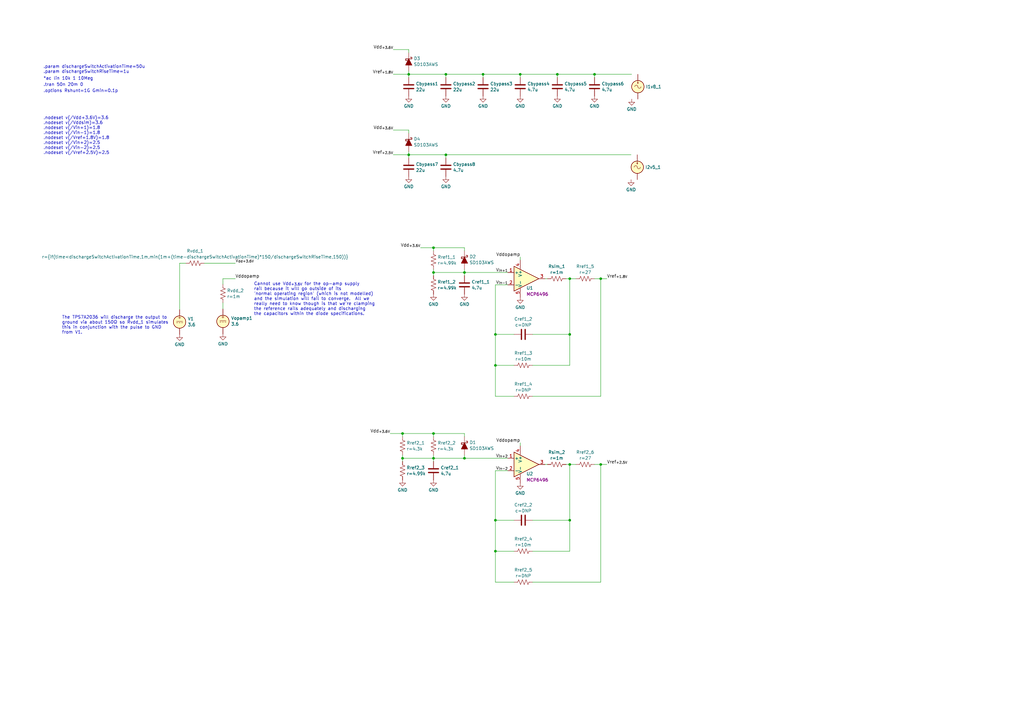
<source format=kicad_sch>
(kicad_sch (version 20230121) (generator eeschema)
  (paper "A3")
  (lib_symbols
    (symbol "Simulation_SPICE:ISIN" (pin_numbers hide) (pin_names (offset 0.0254))
      (property "Reference" "I" (at 2.54 2.54 0))
      (property "Value" "ISIN" (at 2.54 0 0))
      (property "Sim.Params" "dc=0 ampl=1 f=1k ac=1" (at 2.54 -2.54 0))
      (symbol "ISIN_0_0"
        (arc (start 0 0) (mid -0.635 0.6323) (end -1.27 0))
        (arc (start 0 0) (mid 0.635 -0.6323) (end 1.27 0))
      )
      (symbol "ISIN_0_1"
        (polyline (pts (xy 0 1.27) (xy 0 2.286)))
        (polyline (pts (xy -0.254 1.778) (xy 0 1.27) (xy 0.254 1.778)))
        (circle (center 0 0) (radius 2.54) (stroke (width 0.254)) (fill (type background)))
      )
      (symbol "ISIN_1_1"
        (pin passive line (at 0 5.08 270) (length 2.54) (name "~") (number "1"))
        (pin passive line (at 0 -5.08 90) (length 2.54) (name "~") (number "2"))
      )
    )
    (symbol "Simulation_SPICE:OPAMP" (pin_names (offset 0.254))
      (property "Reference" "U" (at 3.81 3.175 0))
      (property "Value" "${SIM.PARAMS}" (at 3.81 -3.175 0))
      (symbol "OPAMP_0_1"
        (polyline (pts (xy 5.08 0) (xy -5.08 5.08) (xy -5.08 -5.08) (xy 5.08 0)) (stroke (width 0.254)) (fill (type background)))
      )
      (symbol "OPAMP_1_1"
        (pin input line (at -7.62 2.54 0) (length 2.54) (name "+") (number "1"))
        (pin input line (at -7.62 -2.54 0) (length 2.54) (name "-") (number "2"))
        (pin output line (at 7.62 0 180) (length 2.54) (name "~") (number "3"))
        (pin power_in line (at -2.54 7.62 270) (length 3.81) (name "V+") (number "4"))
        (pin power_in line (at -2.54 -7.62 90) (length 3.81) (name "V-") (number "5"))
      )
    )
    (symbol "Simulation_SPICE:VDC" (pin_numbers hide) (pin_names (offset 0.0254))
      (property "Reference" "V" (at 2.54 2.54 0))
      (property "Value" "1" (at 2.54 0 0))
      (symbol "VDC_0_0"
        (polyline (pts (xy -1.27 0.254) (xy 1.27 0.254)))
        (polyline (pts (xy -0.762 -0.254) (xy -1.27 -0.254)))
        (polyline (pts (xy 0.254 -0.254) (xy -0.254 -0.254)))
        (polyline (pts (xy 1.27 -0.254) (xy 0.762 -0.254)))
        (text "+" (at 0 1.905 0) (effects (font (size 1.27 1.27))))
      )
      (symbol "VDC_0_1"
        (circle (center 0 0) (radius 2.54) (stroke (width 0.254)) (fill (type background)))
      )
      (symbol "VDC_1_1"
        (pin passive line (at 0 5.08 270) (length 2.54) (name "~") (number "1"))
        (pin passive line (at 0 -5.08 90) (length 2.54) (name "~") (number "2"))
      )
    )
    (symbol "restall-generic-capacitors:capacitor-unpolarised" (pin_numbers hide) (pin_names (offset 0.254))
      (property "Reference" "C" (at 3.302 2.54 0))
      (property "Value" "capacitor-unpolarised" (at 3.302 0.762 0))
      (symbol "capacitor-unpolarised_0_1"
        (polyline (pts (xy -2.032 -0.762) (xy 2.032 -0.762)) (stroke (width 0.508)))
        (polyline (pts (xy -2.032 0.762) (xy 2.032 0.762)) (stroke (width 0.508)))
      )
      (symbol "capacitor-unpolarised_1_1"
        (pin passive line (at 0 3.81 270) (length 2.794) (name "~") (number "1"))
        (pin passive line (at 0 -3.81 90) (length 2.794) (name "~") (number "2"))
      )
    )
    (symbol "restall-generic-diodes:schottky" (pin_numbers hide) (pin_names (offset 1.016) hide)
      (property "Reference" "D" (at 0 2.54 0))
      (property "Value" "schottky" (at 0 -2.54 0))
      (property "Package" "???" (at 0 -4.572 0))
      (symbol "schottky_0_1"
        (polyline (pts (xy 1.27 0) (xy -1.27 0)))
        (polyline (pts (xy 1.27 1.27) (xy 1.27 -1.27) (xy -1.27 0) (xy 1.27 1.27)) (stroke (width 0.254)) (fill (type outline)))
        (polyline (pts (xy -1.905 0.635) (xy -1.905 1.27) (xy -1.27 1.27) (xy -1.27 -1.27) (xy -0.635 -1.27) (xy -0.635 -0.635)) (stroke (width 0.254)))
      )
      (symbol "schottky_1_1"
        (pin passive line (at -3.81 0 0) (length 2.54) (name "K") (number "1"))
        (pin passive line (at 3.81 0 180) (length 2.54) (name "A") (number "2"))
      )
    )
    (symbol "restall-generic-power:GND" (power) (pin_names (offset 0))
      (property "Value" "GND" (at 0 -3.81 0))
      (symbol "GND_0_1"
        (polyline (pts (xy 0 0) (xy 0 -1.27) (xy 1.27 -1.27) (xy 0 -2.54) (xy -1.27 -1.27) (xy 0 -1.27)))
      )
      (symbol "GND_1_1"
        (pin power_in line (at 0 0 270) (length 0) hide (name "GND") (number "1"))
      )
    )
    (symbol "restall-generic-resistors:resistor" (pin_numbers hide) (pin_names (offset 0))
      (property "Reference" "R" (at 1.778 2.032 0))
      (property "Value" "resistor" (at 1.778 0.508 0))
      (symbol "resistor_0_1"
        (polyline (pts (xy 0 -2.286) (xy 0 -2.54)))
        (polyline (pts (xy 0 2.286) (xy 0 2.54)))
        (polyline (pts (xy 0 -0.762) (xy 1.016 -1.143) (xy 0 -1.524) (xy -1.016 -1.905) (xy 0 -2.286)))
        (polyline (pts (xy 0 0.762) (xy 1.016 0.381) (xy 0 0) (xy -1.016 -0.381) (xy 0 -0.762)))
        (polyline (pts (xy 0 2.286) (xy 1.016 1.905) (xy 0 1.524) (xy -1.016 1.143) (xy 0 0.762)))
      )
      (symbol "resistor_1_1"
        (pin passive line (at 0 3.81 270) (length 1.27) (name "~") (number "1"))
        (pin passive line (at 0 -3.81 90) (length 1.27) (name "~") (number "2"))
      )
    )
  )
  (junction (at 246.38 114.3))
  (junction (at 182.88 30.48))
  (junction (at 198.12 30.48))
  (junction (at 233.68 190.5))
  (junction (at 233.68 213.36))
  (junction (at 246.38 190.5))
  (junction (at 167.64 63.5))
  (junction (at 190.5 187.96))
  (junction (at 203.2 137.16))
  (junction (at 203.2 149.86))
  (junction (at 203.2 226.06))
  (junction (at 177.8 111.76))
  (junction (at 233.68 114.3))
  (junction (at 165.1 187.96))
  (junction (at 243.84 30.48))
  (junction (at 233.68 137.16))
  (junction (at 177.8 187.96))
  (junction (at 190.5 111.76))
  (junction (at 165.1 177.8))
  (junction (at 213.36 30.48))
  (junction (at 167.64 30.48))
  (junction (at 203.2 213.36))
  (junction (at 228.6 30.48))
  (junction (at 177.8 177.8))
  (junction (at 182.88 63.5))
  (junction (at 177.8 101.6))
  (wire (pts (xy 243.84 30.48) (xy 243.84 31.75)))
  (wire (pts (xy 161.29 20.32) (xy 167.64 20.32)))
  (wire (pts (xy 208.28 193.04) (xy 203.2 193.04)))
  (wire (pts (xy 73.66 107.95) (xy 73.66 127)))
  (wire (pts (xy 218.44 137.16) (xy 233.68 137.16)))
  (wire (pts (xy 203.2 116.84) (xy 203.2 137.16)))
  (wire (pts (xy 198.12 30.48) (xy 198.12 31.75)))
  (wire (pts (xy 190.5 187.96) (xy 208.28 187.96)))
  (wire (pts (xy 190.5 111.76) (xy 208.28 111.76)))
  (wire (pts (xy 167.64 30.48) (xy 182.88 30.48)))
  (wire (pts (xy 228.6 30.48) (xy 243.84 30.48)))
  (wire (pts (xy 182.88 30.48) (xy 182.88 31.75)))
  (wire (pts (xy 246.38 190.5) (xy 248.92 190.5)))
  (wire (pts (xy 224.536 190.5) (xy 223.52 190.5)))
  (wire (pts (xy 167.64 63.5) (xy 182.88 63.5)))
  (wire (pts (xy 161.29 63.5) (xy 167.64 63.5)))
  (wire (pts (xy 208.28 116.84) (xy 203.2 116.84)))
  (wire (pts (xy 177.8 110.49) (xy 177.8 111.76)))
  (wire (pts (xy 203.2 226.06) (xy 203.2 238.76)))
  (wire (pts (xy 160.02 177.8) (xy 165.1 177.8)))
  (wire (pts (xy 182.88 63.5) (xy 258.826 63.5)))
  (wire (pts (xy 190.5 102.87) (xy 190.5 101.6)))
  (wire (pts (xy 182.88 30.48) (xy 198.12 30.48)))
  (wire (pts (xy 165.1 186.69) (xy 165.1 187.96)))
  (wire (pts (xy 165.1 187.96) (xy 177.8 187.96)))
  (wire (pts (xy 203.2 193.04) (xy 203.2 213.36)))
  (wire (pts (xy 161.29 30.48) (xy 167.64 30.48)))
  (wire (pts (xy 167.64 30.48) (xy 167.64 31.75)))
  (wire (pts (xy 172.466 101.6) (xy 177.8 101.6)))
  (wire (pts (xy 243.84 30.48) (xy 259.08 30.48)))
  (wire (pts (xy 91.44 114.3) (xy 91.44 116.586)))
  (wire (pts (xy 177.8 101.6) (xy 177.8 102.87)))
  (wire (pts (xy 190.5 111.76) (xy 190.5 113.03)))
  (wire (pts (xy 203.2 137.16) (xy 203.2 149.86)))
  (wire (pts (xy 213.36 181.61) (xy 213.36 182.88)))
  (wire (pts (xy 203.2 137.16) (xy 210.82 137.16)))
  (wire (pts (xy 224.536 114.3) (xy 223.52 114.3)))
  (wire (pts (xy 203.2 149.86) (xy 210.82 149.86)))
  (wire (pts (xy 177.8 187.96) (xy 190.5 187.96)))
  (wire (pts (xy 203.2 149.86) (xy 203.2 162.56)))
  (wire (pts (xy 243.84 114.3) (xy 246.38 114.3)))
  (wire (pts (xy 83.82 107.95) (xy 96.52 107.95)))
  (wire (pts (xy 177.8 177.8) (xy 177.8 179.07)))
  (wire (pts (xy 233.68 137.16) (xy 233.68 149.86)))
  (wire (pts (xy 218.44 238.76) (xy 246.38 238.76)))
  (wire (pts (xy 190.5 186.69) (xy 190.5 187.96)))
  (wire (pts (xy 246.38 190.5) (xy 246.38 238.76)))
  (wire (pts (xy 177.8 113.03) (xy 177.8 111.76)))
  (wire (pts (xy 177.8 177.8) (xy 190.5 177.8)))
  (wire (pts (xy 177.8 187.96) (xy 177.8 189.23)))
  (wire (pts (xy 165.1 179.07) (xy 165.1 177.8)))
  (wire (pts (xy 218.44 213.36) (xy 233.68 213.36)))
  (wire (pts (xy 165.1 187.96) (xy 165.1 189.23)))
  (wire (pts (xy 246.38 114.3) (xy 248.92 114.3)))
  (wire (pts (xy 213.36 30.48) (xy 213.36 31.75)))
  (wire (pts (xy 218.44 226.06) (xy 233.68 226.06)))
  (wire (pts (xy 91.44 124.206) (xy 91.44 126.746)))
  (wire (pts (xy 233.68 190.5) (xy 233.68 213.36)))
  (wire (pts (xy 233.68 190.5) (xy 232.156 190.5)))
  (wire (pts (xy 167.64 62.23) (xy 167.64 63.5)))
  (wire (pts (xy 228.6 30.48) (xy 228.6 31.75)))
  (wire (pts (xy 177.8 101.6) (xy 190.5 101.6)))
  (wire (pts (xy 165.1 177.8) (xy 177.8 177.8)))
  (wire (pts (xy 96.52 114.3) (xy 91.44 114.3)))
  (wire (pts (xy 203.2 213.36) (xy 210.82 213.36)))
  (wire (pts (xy 203.2 162.56) (xy 210.82 162.56)))
  (wire (pts (xy 182.88 63.5) (xy 182.88 64.77)))
  (wire (pts (xy 167.64 21.59) (xy 167.64 20.32)))
  (wire (pts (xy 213.36 105.41) (xy 213.36 106.68)))
  (wire (pts (xy 167.64 54.61) (xy 167.64 53.34)))
  (wire (pts (xy 218.44 149.86) (xy 233.68 149.86)))
  (wire (pts (xy 177.8 111.76) (xy 190.5 111.76)))
  (wire (pts (xy 203.2 226.06) (xy 210.82 226.06)))
  (wire (pts (xy 233.68 213.36) (xy 233.68 226.06)))
  (wire (pts (xy 233.68 114.3) (xy 232.156 114.3)))
  (wire (pts (xy 198.12 30.48) (xy 213.36 30.48)))
  (wire (pts (xy 218.44 162.56) (xy 246.38 162.56)))
  (wire (pts (xy 161.29 53.34) (xy 167.64 53.34)))
  (wire (pts (xy 203.2 238.76) (xy 210.82 238.76)))
  (wire (pts (xy 243.84 190.5) (xy 246.38 190.5)))
  (wire (pts (xy 233.68 114.3) (xy 233.68 137.16)))
  (wire (pts (xy 167.64 29.21) (xy 167.64 30.48)))
  (wire (pts (xy 177.8 186.69) (xy 177.8 187.96)))
  (wire (pts (xy 190.5 110.49) (xy 190.5 111.76)))
  (wire (pts (xy 246.38 114.3) (xy 246.38 162.56)))
  (wire (pts (xy 233.68 190.5) (xy 236.22 190.5)))
  (wire (pts (xy 73.66 107.95) (xy 76.2 107.95)))
  (wire (pts (xy 167.64 63.5) (xy 167.64 64.77)))
  (wire (pts (xy 203.2 213.36) (xy 203.2 226.06)))
  (wire (pts (xy 233.68 114.3) (xy 236.22 114.3)))
  (wire (pts (xy 190.5 179.07) (xy 190.5 177.8)))
  (wire (pts (xy 213.36 30.48) (xy 228.6 30.48)))
  (text "The TPS7A2036 will discharge the output to\nground via about 150Ω so Rvdd_1 simulates\nthis in conjunction with the pulse to GND\nfrom V1." (at 25.4 137.16 0) (effects (font (size 1.27 1.27)) (justify left bottom)))
  (text ".param dischargeSwitchActivationTime=50u\n.param dischargeSwitchRiseTime=1u" (at 17.78 30.226 0) (effects (font (size 1.27 1.27)) (justify left bottom)))
  (text ".nodeset v(/Vdd+3.6V)=3.6\n.nodeset v(/Vddsim)=3.6\n.nodeset v(/Vin+1)=1.8\n.nodeset v(/Vin-1)=1.8\n.nodeset v(/Vref+1.8V)=1.8\n.nodeset v(/Vin+2)=2.5\n.nodeset v(/Vin-2)=2.5\n.nodeset v(/Vref+2.5V)=2.5\n" (at 17.78 63.5 0) (effects (font (size 1.27 1.27)) (justify left bottom)))
  (text "Cannot use Vdd_{+3.6V} for the op-amp supply\nrail because it will go outside of its\n'normal operating region' (which is not modelled)\nand the simulation will fail to converge.  All we\nreally need to know though is that we're clamping\nthe reference rails adequately and discharging\nthe capacitors within the diode specifications.\n" (at 104.14 129.54 0) (effects (font (size 1.27 1.27)) (justify left bottom)))
  (text "*ac lin 10k 1 10Meg" (at 17.78 33.02 0) (effects (font (size 1.27 1.27)) (justify left bottom)))
  (text ".options Rshunt=1G Gmin=0.1p" (at 17.78 38.1 0) (effects (font (size 1.27 1.27)) (justify left bottom)))
  (text ".tran 50n 20m 0" (at 17.78 35.56 0) (effects (font (size 1.27 1.27)) (justify left bottom)))
  (label "Vref_{+2.5V}" (at 248.92 190.5 0))
  (label "Vdd_{+3.6V}" (at 161.29 20.32 180))
  (label "Vdd_{+3.6V}" (at 160.02 177.8 180))
  (label "Vdd_{+3.6V}" (at 172.466 101.6 180))
  (label "V_{in-2}" (at 208.28 193.04 180))
  (label "V_{in+1}" (at 208.28 111.76 180))
  (label "Vdd_{+3.6V}" (at 161.29 53.34 180))
  (label "V_{dd+3.6V}" (at 96.52 107.95 0))
  (label "V_{in+2}" (at 208.28 187.96 180))
  (label "V_{in-1}" (at 208.28 116.84 180))
  (label "Vref_{+1.8V}" (at 161.29 30.48 180))
  (label "Vddopamp" (at 213.36 105.41 180))
  (label "Vref_{+2.5V}" (at 161.29 63.5 180))
  (label "Vddopamp" (at 213.36 181.61 180))
  (label "Vddopamp" (at 96.52 114.3 0))
  (label "Vref_{+1.8V}" (at 248.92 114.3 0))
  (symbol (lib_id "Simulation_SPICE:VDC") (at 91.44 131.826 0) (unit 1)
    (property "Reference" "Vopamp1" (at 94.742 130.4841 0) (effects (justify left)))
    (property "Value" "3.6" (at 94.742 132.9083 0) (effects (justify left)))
    (property "Sim.Pins" "1=+ 2=-" (effects hide))
    (property "Sim.Type" "DC" (effects hide))
    (property "Sim.Device" "V" (effects hide))
    (property "Sim.Params" "dc=3.6" (effects hide))
  )
  (symbol (lib_id "restall-generic-capacitors:capacitor-unpolarised") (at 243.84 35.56 0) (unit 1)
    (property "Reference" "Cbypass6" (at 246.761 34.3479 0) (effects (justify left)))
    (property "Value" "4.7u" (at 246.761 36.7721 0) (effects (justify left)))
    (property "Footprint" "restall-generic-capacitors:unpolarised-nominal-0402-1005" (effects hide))
    (property "Label" "??μF±10% 10V X7R" (effects hide))
    (property "Tolerance" "±10%" (effects hide))
    (property "VoltageRating" "10V" (effects hide))
    (property "TemperatureCoefficient" "X7R" (effects hide))
    (property "Dielectric" "MLCC" (effects hide))
    (property "Package" "0402" (effects hide))
    (property "Sim.Device" "SUBCKT" (effects hide))
    (property "Sim.Pins" "1=1 2=2" (effects hide))
    (property "Sim.Library" "CL05A475MP5NRN_Precise_DC1.8V_25degC_P.lib" (effects hide))
    (property "Sim.Name" "CL05A475MP5NRN_Precise_DC1.8V_25degC" (effects hide))
  )
  (symbol (lib_id "restall-generic-power:GND") (at 167.64 39.37 0) (unit 1)
    (property "Reference" "#PWR035" (effects hide))
    (property "Value" "GND" (at 167.64 43.5031 0))
  )
  (symbol (lib_id "restall-generic-resistors:resistor") (at 177.8 182.88 180) (unit 1)
    (property "Reference" "Rref2_2" (at 179.451 181.6679 0) (effects (justify right)))
    (property "Value" "${SIM.PARAMS}" (at 179.451 184.0921 0) (effects (justify right)))
    (property "Footprint" "restall-generic-resistors:nominal-0402-1005" (effects hide))
    (property "Label" "???kΩ±1% ???W" (effects hide))
    (property "Tolerance" "±1%" (effects hide))
    (property "PowerRating" "0.0625W" (effects hide))
    (property "TemperatureCoefficient" "±100ppm" (effects hide))
    (property "Construction" "Thick Film" (effects hide))
    (property "Package" "0402" (effects hide))
    (property "Sim.Device" "R" (effects hide))
    (property "Sim.Type" "=" (effects hide))
    (property "Sim.Params" "r=4.3k" (effects hide))
    (property "Sim.Pins" "1=+ 2=-" (effects hide))
  )
  (symbol (lib_id "Simulation_SPICE:OPAMP") (at 215.9 114.3 0) (unit 1)
    (property "Reference" "U1" (at 215.9 118.11 0) (effects (justify left)))
    (property "Value" "MCP6496" (effects hide))
    (property "Sim.Pins" "1=1 2=2 3=5 4=3 5=4" (effects hide))
    (property "Sim.Device" "SUBCKT" (effects hide))
    (property "Sim.Library" "MCP6496_A.lib" (effects hide))
    (property "Sim.Name" "MCP6496" (at 215.9 120.65 0) (effects (justify left)))
  )
  (symbol (lib_id "restall-generic-resistors:resistor") (at 214.63 162.56 90) (unit 1)
    (property "Reference" "Rref1_4" (at 214.63 157.5267 90))
    (property "Value" "${SIM.PARAMS}" (at 214.63 159.9509 90))
    (property "Footprint" "restall-generic-resistors:nominal-0402-1005" (effects hide))
    (property "Label" "???kΩ±1% ???W" (effects hide))
    (property "Tolerance" "±1%" (effects hide))
    (property "PowerRating" "0.0625W" (effects hide))
    (property "TemperatureCoefficient" "±100ppm" (effects hide))
    (property "Construction" "Thick Film" (effects hide))
    (property "Package" "0402" (effects hide))
    (property "Sim.Device" "R" (effects hide))
    (property "Sim.Type" "=" (effects hide))
    (property "Sim.Params" "r=DNP" (effects hide))
    (property "Sim.Pins" "1=+ 2=-" (effects hide))
    (property "Sim.Enable" "0" (effects hide))
  )
  (symbol (lib_id "restall-generic-resistors:resistor") (at 240.03 190.5 90) (unit 1)
    (property "Reference" "Rref2_6" (at 240.03 185.4667 90))
    (property "Value" "${SIM.PARAMS}" (at 240.03 187.8909 90))
    (property "Footprint" "restall-generic-resistors:nominal-0402-1005" (effects hide))
    (property "Label" "???kΩ±1% ???W" (effects hide))
    (property "Tolerance" "±1%" (effects hide))
    (property "PowerRating" "0.0625W" (effects hide))
    (property "TemperatureCoefficient" "±100ppm" (effects hide))
    (property "Construction" "Thick Film" (effects hide))
    (property "Package" "0402" (effects hide))
    (property "Sim.Device" "R" (effects hide))
    (property "Sim.Type" "=" (effects hide))
    (property "Sim.Params" "r=27" (effects hide))
    (property "Sim.Pins" "1=+ 2=-" (effects hide))
  )
  (symbol (lib_id "restall-generic-power:GND") (at 190.5 120.65 0) (unit 1)
    (property "Reference" "#PWR030" (effects hide))
    (property "Value" "GND" (at 190.5 124.7831 0))
  )
  (symbol (lib_id "restall-generic-resistors:resistor") (at 214.63 149.86 90) (unit 1)
    (property "Reference" "Rref1_3" (at 214.63 144.8267 90))
    (property "Value" "${SIM.PARAMS}" (at 214.63 147.2509 90))
    (property "Footprint" "restall-generic-resistors:nominal-0402-1005" (effects hide))
    (property "Label" "???kΩ±1% ???W" (effects hide))
    (property "Tolerance" "±1%" (effects hide))
    (property "PowerRating" "0.0625W" (effects hide))
    (property "TemperatureCoefficient" "±100ppm" (effects hide))
    (property "Construction" "Thick Film" (effects hide))
    (property "Package" "0402" (effects hide))
    (property "Sim.Device" "R" (effects hide))
    (property "Sim.Type" "=" (effects hide))
    (property "Sim.Params" "r=10m" (effects hide))
    (property "Sim.Pins" "1=+ 2=-" (effects hide))
  )
  (symbol (lib_id "restall-generic-resistors:resistor") (at 240.03 114.3 90) (unit 1)
    (property "Reference" "Rref1_5" (at 240.03 109.2667 90))
    (property "Value" "${SIM.PARAMS}" (at 240.03 111.6909 90))
    (property "Footprint" "restall-generic-resistors:nominal-0402-1005" (effects hide))
    (property "Label" "???kΩ±1% ???W" (effects hide))
    (property "Tolerance" "±1%" (effects hide))
    (property "PowerRating" "0.0625W" (effects hide))
    (property "TemperatureCoefficient" "±100ppm" (effects hide))
    (property "Construction" "Thick Film" (effects hide))
    (property "Package" "0402" (effects hide))
    (property "Sim.Device" "R" (effects hide))
    (property "Sim.Type" "=" (effects hide))
    (property "Sim.Params" "r=27" (effects hide))
    (property "Sim.Pins" "1=+ 2=-" (effects hide))
  )
  (symbol (lib_id "restall-generic-capacitors:capacitor-unpolarised") (at 167.64 68.58 0) (unit 1)
    (property "Reference" "Cbypass7" (at 170.561 67.3679 0) (effects (justify left)))
    (property "Value" "22u" (at 170.561 69.7921 0) (effects (justify left)))
    (property "Footprint" "restall-generic-capacitors:unpolarised-nominal-0805-2012" (effects hide))
    (property "Label" "??μF±10% 10V X7R" (effects hide))
    (property "Tolerance" "±10%" (effects hide))
    (property "VoltageRating" "10V" (effects hide))
    (property "TemperatureCoefficient" "X7R" (effects hide))
    (property "Dielectric" "MLCC" (effects hide))
    (property "Package" "0402" (effects hide))
    (property "Sim.Device" "SUBCKT" (effects hide))
    (property "Sim.Pins" "1=1 2=2" (effects hide))
    (property "Sim.Library" "CL21A226MPQNNN_Precise_DC2.5V_25degC_P.lib" (effects hide))
    (property "Sim.Name" "CL21A226MPQNNN_Precise_DC2.5V_25degC" (effects hide))
  )
  (symbol (lib_id "restall-generic-capacitors:capacitor-unpolarised") (at 214.63 137.16 90) (unit 1)
    (property "Reference" "Cref1_2" (at 214.63 130.8567 90))
    (property "Value" "${SIM.PARAMS}" (at 214.63 133.2809 90))
    (property "Footprint" "restall-generic-capacitors:unpolarised-nominal-0402-1005" (effects hide))
    (property "Label" "??μF±10% 10V X7R" (effects hide))
    (property "Tolerance" "±10%" (effects hide))
    (property "VoltageRating" "10V" (effects hide))
    (property "TemperatureCoefficient" "X7R" (effects hide))
    (property "Dielectric" "MLCC" (effects hide))
    (property "Package" "0402" (effects hide))
    (property "Sim.Device" "C" (effects hide))
    (property "Sim.Type" "=" (effects hide))
    (property "Sim.Params" "c=DNP" (effects hide))
    (property "Sim.Pins" "1=+ 2=-" (effects hide))
    (property "Sim.Enable" "0" (effects hide))
  )
  (symbol (lib_id "restall-generic-capacitors:capacitor-unpolarised") (at 198.12 35.56 0) (unit 1)
    (property "Reference" "Cbypass3" (at 201.041 34.3479 0) (effects (justify left)))
    (property "Value" "22u" (at 201.041 36.7721 0) (effects (justify left)))
    (property "Footprint" "restall-generic-capacitors:unpolarised-nominal-0805-2012" (effects hide))
    (property "Label" "??μF±10% 10V X7R" (effects hide))
    (property "Tolerance" "±10%" (effects hide))
    (property "VoltageRating" "10V" (effects hide))
    (property "TemperatureCoefficient" "X7R" (effects hide))
    (property "Dielectric" "MLCC" (effects hide))
    (property "Package" "0402" (effects hide))
    (property "Sim.Device" "SUBCKT" (effects hide))
    (property "Sim.Pins" "1=1 2=2" (effects hide))
    (property "Sim.Library" "CL21A226MPQNNN_Precise_DC1.8V_25degC_P.lib" (effects hide))
    (property "Sim.Name" "CL21A226MPQNNN_Precise_DC1.8V_25degC" (effects hide))
  )
  (symbol (lib_id "restall-generic-capacitors:capacitor-unpolarised") (at 228.6 35.56 0) (unit 1)
    (property "Reference" "Cbypass5" (at 231.521 34.3479 0) (effects (justify left)))
    (property "Value" "4.7u" (at 231.521 36.7721 0) (effects (justify left)))
    (property "Footprint" "restall-generic-capacitors:unpolarised-nominal-0402-1005" (effects hide))
    (property "Label" "??μF±10% 10V X7R" (effects hide))
    (property "Tolerance" "±10%" (effects hide))
    (property "VoltageRating" "10V" (effects hide))
    (property "TemperatureCoefficient" "X7R" (effects hide))
    (property "Dielectric" "MLCC" (effects hide))
    (property "Package" "0402" (effects hide))
    (property "Sim.Device" "SUBCKT" (effects hide))
    (property "Sim.Pins" "1=1 2=2" (effects hide))
    (property "Sim.Library" "CL05A475MP5NRN_Precise_DC1.8V_25degC_P.lib" (effects hide))
    (property "Sim.Name" "CL05A475MP5NRN_Precise_DC1.8V_25degC" (effects hide))
  )
  (symbol (lib_id "restall-generic-diodes:schottky") (at 167.64 58.42 270) (unit 1)
    (property "Reference" "D4" (at 169.672 57.0118 90) (effects (justify left)))
    (property "Value" "SD103AWS" (at 169.672 59.436 90) (effects (justify left)))
    (property "Package" "???" (effects hide))
    (property "Sim.Library" "SD103AWS.lib" (effects hide))
    (property "Sim.Name" "DI_SD103AWS" (effects hide))
    (property "Sim.Device" "D" (effects hide))
    (property "Sim.Pins" "1=K 2=A" (effects hide))
  )
  (symbol (lib_id "restall-generic-resistors:resistor") (at 177.8 116.84 180) (unit 1)
    (property "Reference" "Rref1_2" (at 179.451 115.6279 0) (effects (justify right)))
    (property "Value" "${SIM.PARAMS}" (at 179.451 118.0521 0) (effects (justify right)))
    (property "Footprint" "restall-generic-resistors:nominal-0402-1005" (effects hide))
    (property "Label" "???kΩ±1% ???W" (effects hide))
    (property "Tolerance" "±1%" (effects hide))
    (property "PowerRating" "0.0625W" (effects hide))
    (property "TemperatureCoefficient" "±100ppm" (effects hide))
    (property "Construction" "Thick Film" (effects hide))
    (property "Package" "0402" (effects hide))
    (property "Sim.Device" "R" (effects hide))
    (property "Sim.Type" "=" (effects hide))
    (property "Sim.Params" "r=4.99k" (effects hide))
    (property "Sim.Pins" "1=+ 2=-" (effects hide))
  )
  (symbol (lib_id "restall-generic-diodes:schottky") (at 167.64 25.4 270) (unit 1)
    (property "Reference" "D3" (at 169.672 23.9918 90) (effects (justify left)))
    (property "Value" "SD103AWS" (at 169.672 26.416 90) (effects (justify left)))
    (property "Package" "???" (effects hide))
    (property "Sim.Library" "SD103AWS.lib" (effects hide))
    (property "Sim.Name" "DI_SD103AWS" (effects hide))
    (property "Sim.Device" "D" (effects hide))
    (property "Sim.Pins" "1=K 2=A" (effects hide))
  )
  (symbol (lib_id "restall-generic-capacitors:capacitor-unpolarised") (at 177.8 193.04 0) (unit 1)
    (property "Reference" "Cref2_1" (at 180.721 191.8279 0) (effects (justify left)))
    (property "Value" "4.7u" (at 180.721 194.2521 0) (effects (justify left)))
    (property "Footprint" "restall-generic-capacitors:unpolarised-nominal-0402-1005" (effects hide))
    (property "Label" "??μF±10% 10V X7R" (effects hide))
    (property "Tolerance" "±10%" (effects hide))
    (property "VoltageRating" "10V" (effects hide))
    (property "TemperatureCoefficient" "X7R" (effects hide))
    (property "Dielectric" "MLCC" (effects hide))
    (property "Package" "0402" (effects hide))
    (property "Sim.Device" "SUBCKT" (effects hide))
    (property "Sim.Pins" "1=1 2=2" (effects hide))
    (property "Sim.Library" "CL05A475MP5NRN_Precise_DC2.5V_25degC_P.lib" (effects hide))
    (property "Sim.Name" "CL05A475MP5NRN_Precise_DC2.5V_25degC" (effects hide))
  )
  (symbol (lib_id "restall-generic-power:GND") (at 213.36 198.12 0) (unit 1)
    (property "Reference" "#PWR05" (effects hide))
    (property "Value" "GND" (at 213.36 202.2531 0))
  )
  (symbol (lib_id "restall-generic-power:GND") (at 243.84 39.37 0) (unit 1)
    (property "Reference" "#PWR036" (effects hide))
    (property "Value" "GND" (at 243.84 43.5031 0))
  )
  (symbol (lib_id "restall-generic-capacitors:capacitor-unpolarised") (at 214.63 213.36 90) (unit 1)
    (property "Reference" "Cref2_2" (at 214.63 207.0567 90))
    (property "Value" "${SIM.PARAMS}" (at 214.63 209.4809 90))
    (property "Footprint" "restall-generic-capacitors:unpolarised-nominal-0402-1005" (effects hide))
    (property "Label" "??μF±10% 10V X7R" (effects hide))
    (property "Tolerance" "±10%" (effects hide))
    (property "VoltageRating" "10V" (effects hide))
    (property "TemperatureCoefficient" "X7R" (effects hide))
    (property "Dielectric" "MLCC" (effects hide))
    (property "Package" "0402" (effects hide))
    (property "Sim.Device" "C" (effects hide))
    (property "Sim.Type" "=" (effects hide))
    (property "Sim.Params" "c=DNP" (effects hide))
    (property "Sim.Pins" "1=+ 2=-" (effects hide))
    (property "Sim.Enable" "0" (effects hide))
  )
  (symbol (lib_id "Simulation_SPICE:OPAMP") (at 215.9 190.5 0) (unit 1)
    (property "Reference" "U2" (at 215.9 194.31 0) (effects (justify left)))
    (property "Value" "MCP6496" (effects hide))
    (property "Sim.Pins" "1=1 2=2 3=5 4=3 5=4" (effects hide))
    (property "Sim.Device" "SUBCKT" (effects hide))
    (property "Sim.Library" "MCP6496_A.lib" (effects hide))
    (property "Sim.Name" "MCP6496" (at 215.9 196.85 0) (effects (justify left)))
  )
  (symbol (lib_id "Simulation_SPICE:ISIN") (at 261.366 68.58 0) (unit 1)
    (property "Reference" "I2v5_1" (at 264.668 68.58 0) (effects (justify left)))
    (property "Value" "ISIN" (effects hide))
    (property "Sim.Pins" "1=+ 2=-" (effects hide))
    (property "Sim.Params" "dc=0 ampl=0 f=0 td=0 theta=0 phase=0 ac=1" (effects hide))
    (property "Sim.Device" "I" (effects hide))
    (property "Sim.Type" "SIN" (effects hide))
    (property "Sim.Enable" "0" (effects hide))
  )
  (symbol (lib_id "restall-generic-capacitors:capacitor-unpolarised") (at 190.5 116.84 0) (unit 1)
    (property "Reference" "Cref1_1" (at 193.421 115.6279 0) (effects (justify left)))
    (property "Value" "4.7u" (at 193.421 118.0521 0) (effects (justify left)))
    (property "Footprint" "restall-generic-capacitors:unpolarised-nominal-0402-1005" (effects hide))
    (property "Label" "??μF±10% 10V X7R" (effects hide))
    (property "Tolerance" "±10%" (effects hide))
    (property "VoltageRating" "10V" (effects hide))
    (property "TemperatureCoefficient" "X7R" (effects hide))
    (property "Dielectric" "MLCC" (effects hide))
    (property "Package" "0402" (effects hide))
    (property "Sim.Device" "SUBCKT" (effects hide))
    (property "Sim.Pins" "1=1 2=2" (effects hide))
    (property "Sim.Library" "CL05A475MP5NRN_Precise_DC1.8V_25degC_P.lib" (effects hide))
    (property "Sim.Name" "CL05A475MP5NRN_Precise_DC1.8V_25degC" (effects hide))
  )
  (symbol (lib_id "restall-generic-power:GND") (at 177.8 120.65 0) (unit 1)
    (property "Reference" "#PWR029" (effects hide))
    (property "Value" "GND" (at 177.8 124.7831 0))
  )
  (symbol (lib_id "restall-generic-power:GND") (at 182.88 72.39 0) (unit 1)
    (property "Reference" "#PWR07" (effects hide))
    (property "Value" "GND" (at 182.88 76.5231 0))
  )
  (symbol (lib_id "restall-generic-diodes:schottky") (at 190.5 106.68 270) (unit 1)
    (property "Reference" "D2" (at 192.532 105.2718 90) (effects (justify left)))
    (property "Value" "SD103AWS" (at 192.532 107.696 90) (effects (justify left)))
    (property "Package" "???" (effects hide))
    (property "Sim.Library" "SD103AWS.lib" (effects hide))
    (property "Sim.Name" "DI_SD103AWS" (effects hide))
    (property "Sim.Device" "D" (effects hide))
    (property "Sim.Pins" "1=K 2=A" (effects hide))
  )
  (symbol (lib_id "Simulation_SPICE:VDC") (at 73.66 132.08 0) (unit 1)
    (property "Reference" "V1" (at 76.962 130.7381 0) (effects (justify left)))
    (property "Value" "3.6" (at 76.962 133.1623 0) (effects (justify left)))
    (property "Sim.Pins" "1=+ 2=-" (effects hide))
    (property "Sim.Type" "PULSE" (effects hide))
    (property "Sim.Device" "V" (effects hide))
    (property "Sim.Params" "y1=3.6 y2=0 td={dischargeSwitchActivationTime+dischargeSwitchRiseTime} tr={dischargeSwitchRiseTime} tf={dischargeSwitchRiseTime} tw=1 per=1 np=1" (effects hide))
  )
  (symbol (lib_id "Simulation_SPICE:ISIN") (at 261.62 35.56 0) (unit 1)
    (property "Reference" "I1v8_1" (at 264.922 35.56 0) (effects (justify left)))
    (property "Value" "ISIN" (effects hide))
    (property "Sim.Pins" "1=+ 2=-" (effects hide))
    (property "Sim.Params" "dc=0 ampl=0 f=0 td=0 theta=0 phase=0 ac=1" (effects hide))
    (property "Sim.Device" "I" (effects hide))
    (property "Sim.Type" "SIN" (effects hide))
    (property "Sim.Enable" "0" (effects hide))
  )
  (symbol (lib_id "restall-generic-capacitors:capacitor-unpolarised") (at 213.36 35.56 0) (unit 1)
    (property "Reference" "Cbypass4" (at 216.281 34.3479 0) (effects (justify left)))
    (property "Value" "4.7u" (at 216.281 36.7721 0) (effects (justify left)))
    (property "Footprint" "restall-generic-capacitors:unpolarised-nominal-0402-1005" (effects hide))
    (property "Label" "??μF±10% 10V X7R" (effects hide))
    (property "Tolerance" "±10%" (effects hide))
    (property "VoltageRating" "10V" (effects hide))
    (property "TemperatureCoefficient" "X7R" (effects hide))
    (property "Dielectric" "MLCC" (effects hide))
    (property "Package" "0402" (effects hide))
    (property "Sim.Device" "SUBCKT" (effects hide))
    (property "Sim.Pins" "1=1 2=2" (effects hide))
    (property "Sim.Library" "CL05A475MP5NRN_Precise_DC1.8V_25degC_P.lib" (effects hide))
    (property "Sim.Name" "CL05A475MP5NRN_Precise_DC1.8V_25degC" (effects hide))
  )
  (symbol (lib_id "restall-generic-power:GND") (at 258.826 73.66 0) (unit 1)
    (property "Reference" "#PWR09" (effects hide))
    (property "Value" "GND" (at 258.826 77.7931 0))
  )
  (symbol (lib_id "restall-generic-capacitors:capacitor-unpolarised") (at 167.64 35.56 0) (unit 1)
    (property "Reference" "Cbypass1" (at 170.561 34.3479 0) (effects (justify left)))
    (property "Value" "22u" (at 170.561 36.7721 0) (effects (justify left)))
    (property "Footprint" "restall-generic-capacitors:unpolarised-nominal-0805-2012" (effects hide))
    (property "Label" "??μF±10% 10V X7R" (effects hide))
    (property "Tolerance" "±10%" (effects hide))
    (property "VoltageRating" "10V" (effects hide))
    (property "TemperatureCoefficient" "X7R" (effects hide))
    (property "Dielectric" "MLCC" (effects hide))
    (property "Package" "0402" (effects hide))
    (property "Sim.Device" "SUBCKT" (effects hide))
    (property "Sim.Pins" "1=1 2=2" (effects hide))
    (property "Sim.Library" "CL21A226MPQNNN_Precise_DC1.8V_25degC_P.lib" (effects hide))
    (property "Sim.Name" "CL21A226MPQNNN_Precise_DC1.8V_25degC" (effects hide))
  )
  (symbol (lib_id "restall-generic-resistors:resistor") (at 177.8 106.68 180) (unit 1)
    (property "Reference" "Rref1_1" (at 179.451 105.4679 0) (effects (justify right)))
    (property "Value" "${SIM.PARAMS}" (at 179.451 107.8921 0) (effects (justify right)))
    (property "Footprint" "restall-generic-resistors:nominal-0402-1005" (effects hide))
    (property "Label" "???kΩ±1% ???W" (effects hide))
    (property "Tolerance" "±1%" (effects hide))
    (property "PowerRating" "0.0625W" (effects hide))
    (property "TemperatureCoefficient" "±100ppm" (effects hide))
    (property "Construction" "Thick Film" (effects hide))
    (property "Package" "0402" (effects hide))
    (property "Sim.Device" "R" (effects hide))
    (property "Sim.Type" "=" (effects hide))
    (property "Sim.Params" "r=4.99k" (effects hide))
    (property "Sim.Pins" "1=+ 2=-" (effects hide))
  )
  (symbol (lib_id "restall-generic-power:GND") (at 73.66 137.16 0) (unit 1)
    (property "Reference" "#PWR04" (effects hide))
    (property "Value" "GND" (at 73.66 141.2931 0))
  )
  (symbol (lib_id "restall-generic-power:GND") (at 213.36 39.37 0) (unit 1)
    (property "Reference" "#PWR015" (effects hide))
    (property "Value" "GND" (at 213.36 43.5031 0))
  )
  (symbol (lib_id "restall-generic-diodes:schottky") (at 190.5 182.88 270) (unit 1)
    (property "Reference" "D1" (at 192.532 181.4718 90) (effects (justify left)))
    (property "Value" "SD103AWS" (at 192.532 183.896 90) (effects (justify left)))
    (property "Package" "???" (effects hide))
    (property "Sim.Library" "SD103AWS.lib" (effects hide))
    (property "Sim.Name" "DI_SD103AWS" (effects hide))
    (property "Sim.Device" "D" (effects hide))
    (property "Sim.Pins" "1=K 2=A" (effects hide))
  )
  (symbol (lib_id "restall-generic-resistors:resistor") (at 80.01 107.95 90) (unit 1)
    (property "Reference" "Rvdd_1" (at 80.01 102.9167 90))
    (property "Value" "${SIM.PARAMS}" (at 80.01 105.3409 90))
    (property "Footprint" "restall-generic-resistors:nominal-0402-1005" (effects hide))
    (property "Label" "???kΩ±1% ???W" (effects hide))
    (property "Tolerance" "±1%" (effects hide))
    (property "PowerRating" "0.0625W" (effects hide))
    (property "TemperatureCoefficient" "±100ppm" (effects hide))
    (property "Construction" "Thick Film" (effects hide))
    (property "Package" "0402" (effects hide))
    (property "Sim.Device" "R" (effects hide))
    (property "Sim.Type" "=" (effects hide))
    (property "Sim.Params" "r={if(time<dischargeSwitchActivationTime,1m,min(1m+(time-dischargeSwitchActivationTime)*150/dischargeSwitchRiseTime,150))}" (effects hide))
    (property "Sim.Pins" "1=+ 2=-" (effects hide))
  )
  (symbol (lib_id "restall-generic-power:GND") (at 177.8 196.85 0) (unit 1)
    (property "Reference" "#PWR03" (effects hide))
    (property "Value" "GND" (at 177.8 200.9831 0))
  )
  (symbol (lib_id "restall-generic-power:GND") (at 213.36 121.92 0) (unit 1)
    (property "Reference" "#PWR028" (effects hide))
    (property "Value" "GND" (at 213.36 126.0531 0))
  )
  (symbol (lib_id "restall-generic-resistors:resistor") (at 228.346 190.5 90) (unit 1)
    (property "Reference" "Rsim_2" (at 228.346 185.4667 90))
    (property "Value" "${SIM.PARAMS}" (at 228.346 187.8909 90))
    (property "Footprint" "restall-generic-resistors:nominal-0402-1005" (effects hide))
    (property "Label" "???kΩ±1% ???W" (effects hide))
    (property "Tolerance" "±1%" (effects hide))
    (property "PowerRating" "0.0625W" (effects hide))
    (property "TemperatureCoefficient" "±100ppm" (effects hide))
    (property "Construction" "Thick Film" (effects hide))
    (property "Package" "0402" (effects hide))
    (property "Sim.Device" "R" (effects hide))
    (property "Sim.Type" "=" (effects hide))
    (property "Sim.Params" "r=1m" (effects hide))
    (property "Sim.Pins" "1=+ 2=-" (effects hide))
  )
  (symbol (lib_id "restall-generic-power:GND") (at 182.88 39.37 0) (unit 1)
    (property "Reference" "#PWR038" (effects hide))
    (property "Value" "GND" (at 182.88 43.5031 0))
  )
  (symbol (lib_id "restall-generic-resistors:resistor") (at 214.63 238.76 90) (unit 1)
    (property "Reference" "Rref2_5" (at 214.63 233.7267 90))
    (property "Value" "${SIM.PARAMS}" (at 214.63 236.1509 90))
    (property "Footprint" "restall-generic-resistors:nominal-0402-1005" (effects hide))
    (property "Label" "???kΩ±1% ???W" (effects hide))
    (property "Tolerance" "±1%" (effects hide))
    (property "PowerRating" "0.0625W" (effects hide))
    (property "TemperatureCoefficient" "±100ppm" (effects hide))
    (property "Construction" "Thick Film" (effects hide))
    (property "Package" "0402" (effects hide))
    (property "Sim.Device" "R" (effects hide))
    (property "Sim.Type" "=" (effects hide))
    (property "Sim.Params" "r=DNP" (effects hide))
    (property "Sim.Pins" "1=+ 2=-" (effects hide))
    (property "Sim.Enable" "0" (effects hide))
  )
  (symbol (lib_id "restall-generic-power:GND") (at 91.44 136.906 0) (unit 1)
    (property "Reference" "#PWR01" (effects hide))
    (property "Value" "GND" (at 91.44 141.0391 0))
  )
  (symbol (lib_id "restall-generic-resistors:resistor") (at 91.44 120.396 180) (unit 1)
    (property "Reference" "Rvdd_2" (at 93.091 119.1839 0) (effects (justify right)))
    (property "Value" "${SIM.PARAMS}" (at 93.091 121.6081 0) (effects (justify right)))
    (property "Footprint" "restall-generic-resistors:nominal-0402-1005" (effects hide))
    (property "Label" "???kΩ±1% ???W" (effects hide))
    (property "Tolerance" "±1%" (effects hide))
    (property "PowerRating" "0.0625W" (effects hide))
    (property "TemperatureCoefficient" "±100ppm" (effects hide))
    (property "Construction" "Thick Film" (effects hide))
    (property "Package" "0402" (effects hide))
    (property "Sim.Device" "R" (effects hide))
    (property "Sim.Type" "=" (effects hide))
    (property "Sim.Params" "r=1m" (effects hide))
    (property "Sim.Pins" "1=+ 2=-" (effects hide))
  )
  (symbol (lib_id "restall-generic-resistors:resistor") (at 228.346 114.3 90) (unit 1)
    (property "Reference" "Rsim_1" (at 228.346 109.2667 90))
    (property "Value" "${SIM.PARAMS}" (at 228.346 111.6909 90))
    (property "Footprint" "restall-generic-resistors:nominal-0402-1005" (effects hide))
    (property "Label" "???kΩ±1% ???W" (effects hide))
    (property "Tolerance" "±1%" (effects hide))
    (property "PowerRating" "0.0625W" (effects hide))
    (property "TemperatureCoefficient" "±100ppm" (effects hide))
    (property "Construction" "Thick Film" (effects hide))
    (property "Package" "0402" (effects hide))
    (property "Sim.Device" "R" (effects hide))
    (property "Sim.Type" "=" (effects hide))
    (property "Sim.Params" "r=1m" (effects hide))
    (property "Sim.Pins" "1=+ 2=-" (effects hide))
  )
  (symbol (lib_id "restall-generic-power:GND") (at 228.6 39.37 0) (unit 1)
    (property "Reference" "#PWR034" (effects hide))
    (property "Value" "GND" (at 228.6 43.5031 0))
  )
  (symbol (lib_id "restall-generic-resistors:resistor") (at 165.1 182.88 180) (unit 1)
    (property "Reference" "Rref2_1" (at 166.751 181.6679 0) (effects (justify right)))
    (property "Value" "${SIM.PARAMS}" (at 166.751 184.0921 0) (effects (justify right)))
    (property "Footprint" "restall-generic-resistors:nominal-0402-1005" (effects hide))
    (property "Label" "???kΩ±1% ???W" (effects hide))
    (property "Tolerance" "±1%" (effects hide))
    (property "PowerRating" "0.0625W" (effects hide))
    (property "TemperatureCoefficient" "±100ppm" (effects hide))
    (property "Construction" "Thick Film" (effects hide))
    (property "Package" "0402" (effects hide))
    (property "Sim.Device" "R" (effects hide))
    (property "Sim.Type" "=" (effects hide))
    (property "Sim.Params" "r=4.3k" (effects hide))
    (property "Sim.Pins" "1=+ 2=-" (effects hide))
  )
  (symbol (lib_id "restall-generic-resistors:resistor") (at 165.1 193.04 180) (unit 1)
    (property "Reference" "Rref2_3" (at 166.751 191.8279 0) (effects (justify right)))
    (property "Value" "${SIM.PARAMS}" (at 166.751 194.2521 0) (effects (justify right)))
    (property "Footprint" "restall-generic-resistors:nominal-0402-1005" (effects hide))
    (property "Label" "???kΩ±1% ???W" (effects hide))
    (property "Tolerance" "±1%" (effects hide))
    (property "PowerRating" "0.0625W" (effects hide))
    (property "TemperatureCoefficient" "±100ppm" (effects hide))
    (property "Construction" "Thick Film" (effects hide))
    (property "Package" "0402" (effects hide))
    (property "Sim.Device" "R" (effects hide))
    (property "Sim.Type" "=" (effects hide))
    (property "Sim.Params" "r=4.99k" (effects hide))
    (property "Sim.Pins" "1=+ 2=-" (effects hide))
  )
  (symbol (lib_id "restall-generic-capacitors:capacitor-unpolarised") (at 182.88 35.56 0) (unit 1)
    (property "Reference" "Cbypass2" (at 185.801 34.3479 0) (effects (justify left)))
    (property "Value" "22u" (at 185.801 36.7721 0) (effects (justify left)))
    (property "Footprint" "restall-generic-capacitors:unpolarised-nominal-0805-2012" (effects hide))
    (property "Label" "??μF±10% 10V X7R" (effects hide))
    (property "Tolerance" "±10%" (effects hide))
    (property "VoltageRating" "10V" (effects hide))
    (property "TemperatureCoefficient" "X7R" (effects hide))
    (property "Dielectric" "MLCC" (effects hide))
    (property "Package" "0402" (effects hide))
    (property "Sim.Device" "SUBCKT" (effects hide))
    (property "Sim.Pins" "1=1 2=2" (effects hide))
    (property "Sim.Library" "CL21A226MPQNNN_Precise_DC1.8V_25degC_P.lib" (effects hide))
    (property "Sim.Name" "CL21A226MPQNNN_Precise_DC1.8V_25degC" (effects hide))
  )
  (symbol (lib_id "restall-generic-capacitors:capacitor-unpolarised") (at 182.88 68.58 0) (unit 1)
    (property "Reference" "Cbypass8" (at 185.801 67.3679 0) (effects (justify left)))
    (property "Value" "4.7u" (at 185.801 69.7921 0) (effects (justify left)))
    (property "Footprint" "restall-generic-capacitors:unpolarised-nominal-0402-1005" (effects hide))
    (property "Label" "??μF±10% 10V X7R" (effects hide))
    (property "Tolerance" "±10%" (effects hide))
    (property "VoltageRating" "10V" (effects hide))
    (property "TemperatureCoefficient" "X7R" (effects hide))
    (property "Dielectric" "MLCC" (effects hide))
    (property "Package" "0402" (effects hide))
    (property "Sim.Device" "SUBCKT" (effects hide))
    (property "Sim.Pins" "1=1 2=2" (effects hide))
    (property "Sim.Library" "CL05A475MP5NRN_Precise_DC2.5V_25degC_P.lib" (effects hide))
    (property "Sim.Name" "CL05A475MP5NRN_Precise_DC2.5V_25degC" (effects hide))
  )
  (symbol (lib_id "restall-generic-power:GND") (at 259.08 40.64 0) (unit 1)
    (property "Reference" "#PWR08" (effects hide))
    (property "Value" "GND" (at 259.08 44.7731 0))
  )
  (symbol (lib_id "restall-generic-power:GND") (at 167.64 72.39 0) (unit 1)
    (property "Reference" "#PWR06" (effects hide))
    (property "Value" "GND" (at 167.64 76.5231 0))
  )
  (symbol (lib_id "restall-generic-power:GND") (at 198.12 39.37 0) (unit 1)
    (property "Reference" "#PWR040" (effects hide))
    (property "Value" "GND" (at 198.12 43.5031 0))
  )
  (symbol (lib_id "restall-generic-power:GND") (at 165.1 196.85 0) (unit 1)
    (property "Reference" "#PWR02" (effects hide))
    (property "Value" "GND" (at 165.1 200.9831 0))
  )
  (symbol (lib_id "restall-generic-resistors:resistor") (at 214.63 226.06 90) (unit 1)
    (property "Reference" "Rref2_4" (at 214.63 221.0267 90))
    (property "Value" "${SIM.PARAMS}" (at 214.63 223.4509 90))
    (property "Footprint" "restall-generic-resistors:nominal-0402-1005" (effects hide))
    (property "Label" "???kΩ±1% ???W" (effects hide))
    (property "Tolerance" "±1%" (effects hide))
    (property "PowerRating" "0.0625W" (effects hide))
    (property "TemperatureCoefficient" "±100ppm" (effects hide))
    (property "Construction" "Thick Film" (effects hide))
    (property "Package" "0402" (effects hide))
    (property "Sim.Device" "R" (effects hide))
    (property "Sim.Type" "=" (effects hide))
    (property "Sim.Params" "r=10m" (effects hide))
    (property "Sim.Pins" "1=+ 2=-" (effects hide))
  )
)
</source>
